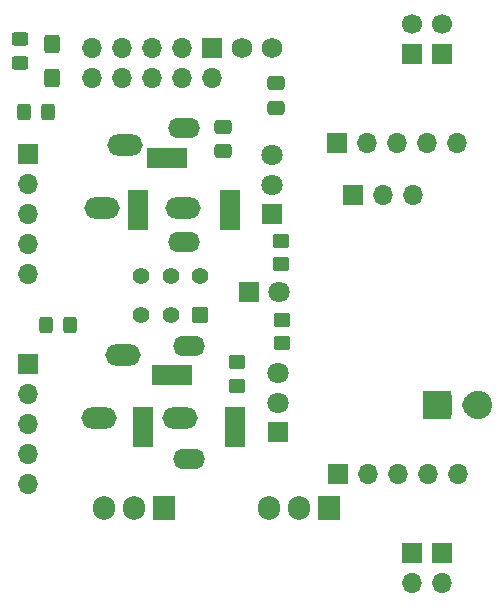
<source format=gbr>
%TF.GenerationSoftware,KiCad,Pcbnew,8.0.4*%
%TF.CreationDate,2024-08-25T20:25:00-07:00*%
%TF.ProjectId,Croissant_Offset,43726f69-7373-4616-9e74-5f4f66667365,rev?*%
%TF.SameCoordinates,Original*%
%TF.FileFunction,Soldermask,Bot*%
%TF.FilePolarity,Negative*%
%FSLAX46Y46*%
G04 Gerber Fmt 4.6, Leading zero omitted, Abs format (unit mm)*
G04 Created by KiCad (PCBNEW 8.0.4) date 2024-08-25 20:25:00*
%MOMM*%
%LPD*%
G01*
G04 APERTURE LIST*
G04 Aperture macros list*
%AMRoundRect*
0 Rectangle with rounded corners*
0 $1 Rounding radius*
0 $2 $3 $4 $5 $6 $7 $8 $9 X,Y pos of 4 corners*
0 Add a 4 corners polygon primitive as box body*
4,1,4,$2,$3,$4,$5,$6,$7,$8,$9,$2,$3,0*
0 Add four circle primitives for the rounded corners*
1,1,$1+$1,$2,$3*
1,1,$1+$1,$4,$5*
1,1,$1+$1,$6,$7*
1,1,$1+$1,$8,$9*
0 Add four rect primitives between the rounded corners*
20,1,$1+$1,$2,$3,$4,$5,0*
20,1,$1+$1,$4,$5,$6,$7,0*
20,1,$1+$1,$6,$7,$8,$9,0*
20,1,$1+$1,$8,$9,$2,$3,0*%
G04 Aperture macros list end*
%ADD10R,1.700000X1.700000*%
%ADD11O,1.700000X1.700000*%
%ADD12R,1.800000X1.800000*%
%ADD13C,1.800000*%
%ADD14R,1.905000X2.000000*%
%ADD15O,1.905000X2.000000*%
%ADD16RoundRect,0.250000X-0.620000X-0.620000X0.620000X-0.620000X0.620000X0.620000X-0.620000X0.620000X0*%
%ADD17C,1.740000*%
%ADD18R,1.800000X3.500000*%
%ADD19R,3.500000X1.800000*%
%ADD20O,2.700000X1.700000*%
%ADD21C,1.700000*%
%ADD22R,2.400000X2.400000*%
%ADD23C,2.400000*%
%ADD24RoundRect,0.250000X0.450000X0.450000X-0.450000X0.450000X-0.450000X-0.450000X0.450000X-0.450000X0*%
%ADD25C,1.400000*%
%ADD26C,0.100000*%
%ADD27O,3.000000X1.800000*%
%ADD28RoundRect,0.250000X0.325000X0.450000X-0.325000X0.450000X-0.325000X-0.450000X0.325000X-0.450000X0*%
%ADD29RoundRect,0.250000X0.475000X-0.337500X0.475000X0.337500X-0.475000X0.337500X-0.475000X-0.337500X0*%
%ADD30RoundRect,0.250000X-0.425000X0.537500X-0.425000X-0.537500X0.425000X-0.537500X0.425000X0.537500X0*%
%ADD31RoundRect,0.250000X-0.450000X0.325000X-0.450000X-0.325000X0.450000X-0.325000X0.450000X0.325000X0*%
%ADD32RoundRect,0.250000X-0.325000X-0.450000X0.325000X-0.450000X0.325000X0.450000X-0.325000X0.450000X0*%
%ADD33RoundRect,0.250000X-0.450000X0.350000X-0.450000X-0.350000X0.450000X-0.350000X0.450000X0.350000X0*%
%ADD34RoundRect,0.250000X0.450000X-0.350000X0.450000X0.350000X-0.450000X0.350000X-0.450000X-0.350000X0*%
%ADD35RoundRect,0.250000X-0.475000X0.337500X-0.475000X-0.337500X0.475000X-0.337500X0.475000X0.337500X0*%
G04 APERTURE END LIST*
D10*
%TO.C,P2*%
X65540000Y-49000000D03*
D11*
X65540000Y-51540000D03*
X55380000Y-49000000D03*
X55380000Y-51540000D03*
X63000000Y-49000000D03*
X60460000Y-49000000D03*
X57920000Y-49000000D03*
X63000000Y-51540000D03*
X60460000Y-51540000D03*
X57920000Y-51540000D03*
%TD*%
D12*
%TO.C,D6*%
X68671500Y-69634025D03*
D13*
X71211500Y-69634025D03*
%TD*%
D14*
%TO.C,U1*%
X75510324Y-87983999D03*
D15*
X72970324Y-87983999D03*
X70430324Y-87983999D03*
%TD*%
D10*
%TO.C,J5*%
X77472723Y-61460000D03*
D11*
X80012723Y-61460000D03*
X82552723Y-61460000D03*
%TD*%
D16*
%TO.C,P1*%
X65540000Y-49000000D03*
D17*
X68080000Y-49000000D03*
X70620000Y-49000000D03*
%TD*%
D18*
%TO.C,J4*%
X59718449Y-81100156D03*
D19*
X62218449Y-76700156D03*
D18*
X67518449Y-81100156D03*
%TD*%
D20*
%TO.C,RV1*%
X63188260Y-65385027D03*
X63188260Y-55785027D03*
D12*
X70688260Y-63085027D03*
D13*
X70688260Y-60585027D03*
X70688260Y-58085027D03*
%TD*%
D21*
%TO.C,P9*%
X85087855Y-46990000D03*
D10*
X85087855Y-49530000D03*
%TD*%
D22*
%TO.C,J7*%
X84597376Y-79246295D03*
D23*
X88097376Y-79246295D03*
%TD*%
D10*
%TO.C,P8*%
X82544110Y-91788250D03*
D11*
X82544110Y-94328250D03*
%TD*%
D10*
%TO.C,P10*%
X85090000Y-91794963D03*
D11*
X85090000Y-94334963D03*
%TD*%
D10*
%TO.C,A1*%
X76191276Y-57069118D03*
D11*
X78731276Y-57069118D03*
X81271276Y-57069118D03*
X83811276Y-57069118D03*
X86351276Y-57069118D03*
%TD*%
D21*
%TO.C,P7*%
X82541276Y-47000868D03*
D10*
X82541276Y-49540868D03*
%TD*%
%TO.C,A4*%
X50000000Y-75714262D03*
D11*
X50000000Y-78254262D03*
X50000000Y-80794262D03*
X50000000Y-83334262D03*
X50000000Y-85874262D03*
%TD*%
D10*
%TO.C,A2*%
X76208801Y-85090000D03*
D11*
X78748801Y-85090000D03*
X81288801Y-85090000D03*
X83828801Y-85090000D03*
X86368801Y-85090000D03*
%TD*%
D10*
%TO.C,A3*%
X50013691Y-57939292D03*
D11*
X50013691Y-60479292D03*
X50013691Y-63019292D03*
X50013691Y-65559292D03*
X50013691Y-68099292D03*
%TD*%
D24*
%TO.C,SW1*%
X64582831Y-71624680D03*
D25*
X62082831Y-71624680D03*
X59582831Y-71624680D03*
X59582831Y-68324680D03*
X62082831Y-68324680D03*
X64582831Y-68324680D03*
%TD*%
D20*
%TO.C,RV2*%
X63656922Y-83813864D03*
X63656922Y-74213864D03*
D12*
X71156922Y-81513864D03*
D13*
X71156922Y-79013864D03*
X71156922Y-76513864D03*
%TD*%
D14*
%TO.C,U2*%
X61503159Y-87983999D03*
D15*
X58963159Y-87983999D03*
X56423159Y-87983999D03*
%TD*%
D26*
%TO.C,J1*%
X55591109Y-59859364D03*
X61741109Y-59859364D03*
D27*
X58251109Y-57209364D03*
X56297109Y-62509364D03*
X63155109Y-62509364D03*
%TD*%
D18*
%TO.C,J3*%
X59292981Y-62697583D03*
D19*
X61792981Y-58297583D03*
D18*
X67092981Y-62697583D03*
%TD*%
D26*
%TO.C,J2*%
X55340000Y-77650000D03*
X61490000Y-77650000D03*
D27*
X58000000Y-75000000D03*
X56046000Y-80300000D03*
X62904000Y-80300000D03*
%TD*%
D10*
%TO.C,J6*%
X85090000Y-79240686D03*
D11*
X87630000Y-79240686D03*
%TD*%
D28*
%TO.C,D5*%
X53569020Y-72460861D03*
X51519020Y-72460861D03*
%TD*%
D29*
%TO.C,C2*%
X71000000Y-54037500D03*
X71000000Y-51962500D03*
%TD*%
D30*
%TO.C,C1*%
X51995534Y-48684028D03*
X51995534Y-51559028D03*
%TD*%
D31*
%TO.C,D3*%
X49342599Y-48248883D03*
X49342599Y-50298883D03*
%TD*%
D32*
%TO.C,D2*%
X49656664Y-54405004D03*
X51706664Y-54405004D03*
%TD*%
D33*
%TO.C,R3*%
X67718449Y-75600156D03*
X67718449Y-77600156D03*
%TD*%
D34*
%TO.C,R1*%
X71378594Y-67309837D03*
X71378594Y-65309837D03*
%TD*%
D33*
%TO.C,R2*%
X71506398Y-72015774D03*
X71506398Y-74015774D03*
%TD*%
D35*
%TO.C,C4*%
X66507112Y-55678562D03*
X66507112Y-57753562D03*
%TD*%
M02*

</source>
